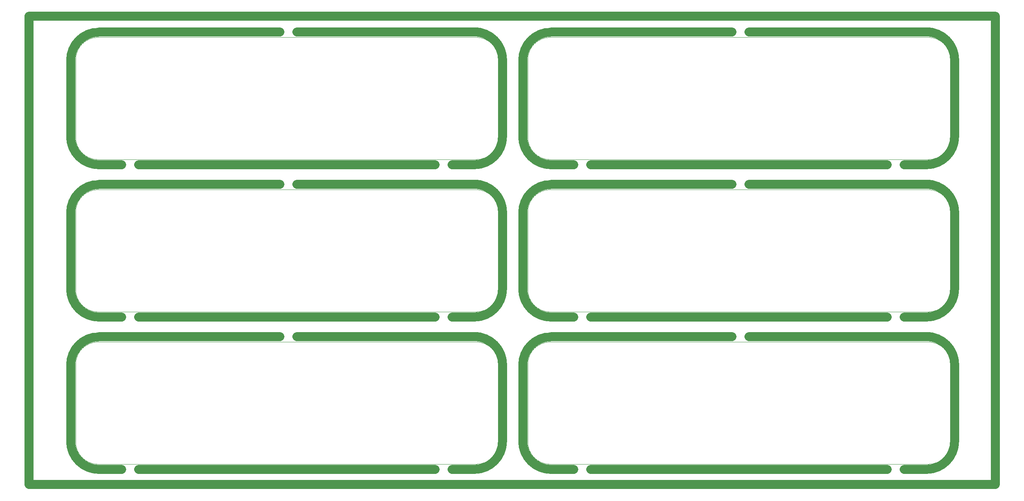
<source format=gbr>
G04 #@! TF.FileFunction,Profile,NP*
%FSLAX46Y46*%
G04 Gerber Fmt 4.6, Leading zero omitted, Abs format (unit mm)*
G04 Created by KiCad (PCBNEW (2015-01-16 BZR 5376)-product) date 23/06/2015 14:12:10*
%MOMM*%
G01*
G04 APERTURE LIST*
%ADD10C,0.100000*%
%ADD11C,2.000000*%
G04 APERTURE END LIST*
D10*
D11*
X33020000Y-168910000D02*
X34290000Y-168910000D01*
X33020000Y-63500000D02*
X33020000Y-168910000D01*
X250190000Y-168910000D02*
X250190000Y-63500000D01*
X250190000Y-63500000D02*
X33020000Y-63500000D01*
X33020000Y-168910000D02*
X250190000Y-168910000D01*
D10*
X150158000Y-68236000D02*
X235158000Y-68236000D01*
X240158000Y-73236000D02*
G75*
G03X235158000Y-68236000I-5000000J0D01*
G01*
X150158000Y-68236000D02*
G75*
G03X145158000Y-73236000I0J-5000000D01*
G01*
X235158000Y-95736000D02*
G75*
G03X240158000Y-90736000I0J5000000D01*
G01*
X150158000Y-95736000D02*
X235158000Y-95736000D01*
X145158000Y-90736000D02*
G75*
G03X150158000Y-95736000I5000000J0D01*
G01*
X240158000Y-73236000D02*
X240158000Y-90736000D01*
X145158000Y-73236000D02*
X145158000Y-90736000D01*
D11*
X150368000Y-67056000D02*
G75*
G03X144018000Y-73406000I0J-6350000D01*
G01*
X144018000Y-73406000D02*
X144018000Y-91186000D01*
X234721400Y-96901000D02*
G75*
G03X241071400Y-90551000I0J6350000D01*
G01*
X234734100Y-66992500D02*
G75*
G02X241084100Y-73342500I0J-6350000D01*
G01*
X150368000Y-96901000D02*
G75*
G02X144018000Y-90551000I0J6350000D01*
G01*
X241046000Y-73406000D02*
X241046000Y-90551000D01*
X150368000Y-96901000D02*
X155448000Y-96901000D01*
X150368000Y-67056000D02*
X191008000Y-67056000D01*
X194818000Y-67056000D02*
X235458000Y-67056000D01*
X159258000Y-96901000D02*
X225933000Y-96901000D01*
X234823000Y-96901000D02*
X229743000Y-96901000D01*
X234823000Y-131191000D02*
X229743000Y-131191000D01*
X159258000Y-131191000D02*
X225933000Y-131191000D01*
X194818000Y-101346000D02*
X235458000Y-101346000D01*
X150368000Y-101346000D02*
X191008000Y-101346000D01*
X150368000Y-131191000D02*
X155448000Y-131191000D01*
X241046000Y-107696000D02*
X241046000Y-124841000D01*
X150368000Y-131191000D02*
G75*
G02X144018000Y-124841000I0J6350000D01*
G01*
X234734100Y-101282500D02*
G75*
G02X241084100Y-107632500I0J-6350000D01*
G01*
X234721400Y-131191000D02*
G75*
G03X241071400Y-124841000I0J6350000D01*
G01*
X144018000Y-107696000D02*
X144018000Y-125476000D01*
X150368000Y-101346000D02*
G75*
G03X144018000Y-107696000I0J-6350000D01*
G01*
D10*
X145158000Y-107526000D02*
X145158000Y-125026000D01*
X240158000Y-107526000D02*
X240158000Y-125026000D01*
X145158000Y-125026000D02*
G75*
G03X150158000Y-130026000I5000000J0D01*
G01*
X150158000Y-130026000D02*
X235158000Y-130026000D01*
X235158000Y-130026000D02*
G75*
G03X240158000Y-125026000I0J5000000D01*
G01*
X150158000Y-102526000D02*
G75*
G03X145158000Y-107526000I0J-5000000D01*
G01*
X240158000Y-107526000D02*
G75*
G03X235158000Y-102526000I-5000000J0D01*
G01*
X150158000Y-102526000D02*
X235158000Y-102526000D01*
X150158000Y-136816000D02*
X235158000Y-136816000D01*
X240158000Y-141816000D02*
G75*
G03X235158000Y-136816000I-5000000J0D01*
G01*
X150158000Y-136816000D02*
G75*
G03X145158000Y-141816000I0J-5000000D01*
G01*
X235158000Y-164316000D02*
G75*
G03X240158000Y-159316000I0J5000000D01*
G01*
X150158000Y-164316000D02*
X235158000Y-164316000D01*
X145158000Y-159316000D02*
G75*
G03X150158000Y-164316000I5000000J0D01*
G01*
X240158000Y-141816000D02*
X240158000Y-159316000D01*
X145158000Y-141816000D02*
X145158000Y-159316000D01*
D11*
X150368000Y-135636000D02*
G75*
G03X144018000Y-141986000I0J-6350000D01*
G01*
X144018000Y-141986000D02*
X144018000Y-159766000D01*
X234721400Y-165481000D02*
G75*
G03X241071400Y-159131000I0J6350000D01*
G01*
X234734100Y-135572500D02*
G75*
G02X241084100Y-141922500I0J-6350000D01*
G01*
X150368000Y-165481000D02*
G75*
G02X144018000Y-159131000I0J6350000D01*
G01*
X241046000Y-141986000D02*
X241046000Y-159131000D01*
X150368000Y-165481000D02*
X155448000Y-165481000D01*
X150368000Y-135636000D02*
X191008000Y-135636000D01*
X194818000Y-135636000D02*
X235458000Y-135636000D01*
X159258000Y-165481000D02*
X225933000Y-165481000D01*
X234823000Y-165481000D02*
X229743000Y-165481000D01*
X133223000Y-165481000D02*
X128143000Y-165481000D01*
X57658000Y-165481000D02*
X124333000Y-165481000D01*
X93218000Y-135636000D02*
X133858000Y-135636000D01*
X48768000Y-135636000D02*
X89408000Y-135636000D01*
X48768000Y-165481000D02*
X53848000Y-165481000D01*
X139446000Y-141986000D02*
X139446000Y-159131000D01*
X48768000Y-165481000D02*
G75*
G02X42418000Y-159131000I0J6350000D01*
G01*
X133134100Y-135572500D02*
G75*
G02X139484100Y-141922500I0J-6350000D01*
G01*
X133121400Y-165481000D02*
G75*
G03X139471400Y-159131000I0J6350000D01*
G01*
X42418000Y-141986000D02*
X42418000Y-159766000D01*
X48768000Y-135636000D02*
G75*
G03X42418000Y-141986000I0J-6350000D01*
G01*
D10*
X43558000Y-141816000D02*
X43558000Y-159316000D01*
X138558000Y-141816000D02*
X138558000Y-159316000D01*
X43558000Y-159316000D02*
G75*
G03X48558000Y-164316000I5000000J0D01*
G01*
X48558000Y-164316000D02*
X133558000Y-164316000D01*
X133558000Y-164316000D02*
G75*
G03X138558000Y-159316000I0J5000000D01*
G01*
X48558000Y-136816000D02*
G75*
G03X43558000Y-141816000I0J-5000000D01*
G01*
X138558000Y-141816000D02*
G75*
G03X133558000Y-136816000I-5000000J0D01*
G01*
X48558000Y-136816000D02*
X133558000Y-136816000D01*
X48558000Y-102526000D02*
X133558000Y-102526000D01*
X138558000Y-107526000D02*
G75*
G03X133558000Y-102526000I-5000000J0D01*
G01*
X48558000Y-102526000D02*
G75*
G03X43558000Y-107526000I0J-5000000D01*
G01*
X133558000Y-130026000D02*
G75*
G03X138558000Y-125026000I0J5000000D01*
G01*
X48558000Y-130026000D02*
X133558000Y-130026000D01*
X43558000Y-125026000D02*
G75*
G03X48558000Y-130026000I5000000J0D01*
G01*
X138558000Y-107526000D02*
X138558000Y-125026000D01*
X43558000Y-107526000D02*
X43558000Y-125026000D01*
D11*
X48768000Y-101346000D02*
G75*
G03X42418000Y-107696000I0J-6350000D01*
G01*
X42418000Y-107696000D02*
X42418000Y-125476000D01*
X133121400Y-131191000D02*
G75*
G03X139471400Y-124841000I0J6350000D01*
G01*
X133134100Y-101282500D02*
G75*
G02X139484100Y-107632500I0J-6350000D01*
G01*
X48768000Y-131191000D02*
G75*
G02X42418000Y-124841000I0J6350000D01*
G01*
X139446000Y-107696000D02*
X139446000Y-124841000D01*
X48768000Y-131191000D02*
X53848000Y-131191000D01*
X48768000Y-101346000D02*
X89408000Y-101346000D01*
X93218000Y-101346000D02*
X133858000Y-101346000D01*
X57658000Y-131191000D02*
X124333000Y-131191000D01*
X133223000Y-131191000D02*
X128143000Y-131191000D01*
X133223000Y-96901000D02*
X128143000Y-96901000D01*
X57658000Y-96901000D02*
X124333000Y-96901000D01*
X93218000Y-67056000D02*
X133858000Y-67056000D01*
X48768000Y-67056000D02*
X89408000Y-67056000D01*
X48768000Y-96901000D02*
X53848000Y-96901000D01*
X139446000Y-73406000D02*
X139446000Y-90551000D01*
X48768000Y-96901000D02*
G75*
G02X42418000Y-90551000I0J6350000D01*
G01*
X133134100Y-66992500D02*
G75*
G02X139484100Y-73342500I0J-6350000D01*
G01*
X133121400Y-96901000D02*
G75*
G03X139471400Y-90551000I0J6350000D01*
G01*
X42418000Y-73406000D02*
X42418000Y-91186000D01*
X48768000Y-67056000D02*
G75*
G03X42418000Y-73406000I0J-6350000D01*
G01*
D10*
X43558000Y-73236000D02*
X43558000Y-90736000D01*
X138558000Y-73236000D02*
X138558000Y-90736000D01*
X43558000Y-90736000D02*
G75*
G03X48558000Y-95736000I5000000J0D01*
G01*
X48558000Y-95736000D02*
X133558000Y-95736000D01*
X133558000Y-95736000D02*
G75*
G03X138558000Y-90736000I0J5000000D01*
G01*
X48558000Y-68236000D02*
G75*
G03X43558000Y-73236000I0J-5000000D01*
G01*
X138558000Y-73236000D02*
G75*
G03X133558000Y-68236000I-5000000J0D01*
G01*
X48558000Y-68236000D02*
X133558000Y-68236000D01*
M02*

</source>
